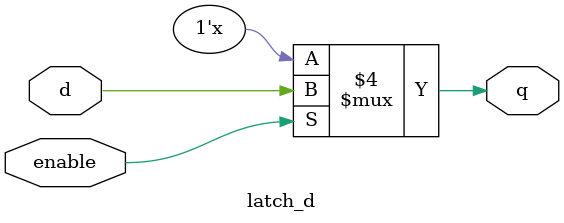
<source format=v>
module latch_d(
  input d,
  input enable,
  output reg q = 0
);

always @(*) begin
  if(enable)
    q = d;
end

endmodule
</source>
